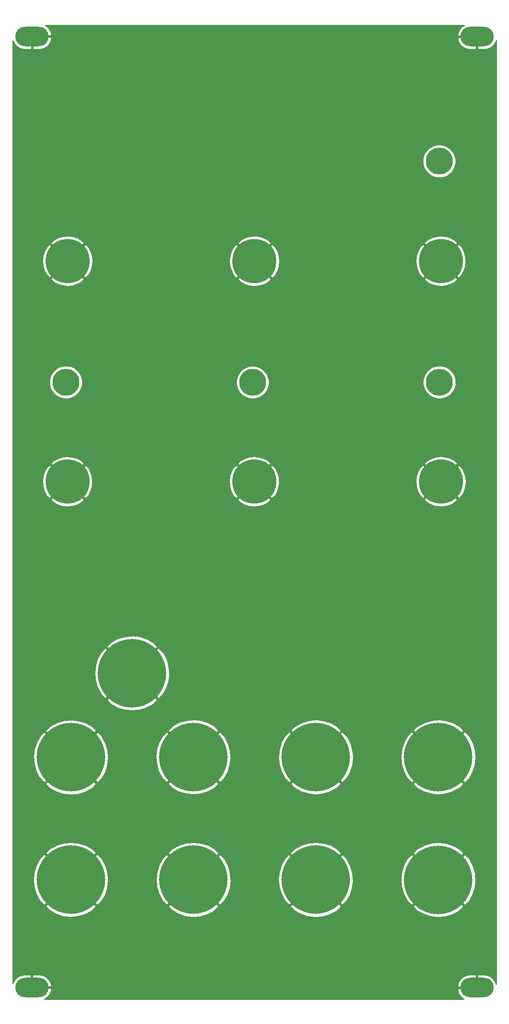
<source format=gbr>
%TF.GenerationSoftware,KiCad,Pcbnew,(5.1.9)-1*%
%TF.CreationDate,2021-08-21T12:12:35+01:00*%
%TF.ProjectId,KOSMOS LFO6 Front Panel,4b4f534d-4f53-4204-9c46-4f362046726f,rev?*%
%TF.SameCoordinates,Original*%
%TF.FileFunction,Copper,L2,Bot*%
%TF.FilePolarity,Positive*%
%FSLAX46Y46*%
G04 Gerber Fmt 4.6, Leading zero omitted, Abs format (unit mm)*
G04 Created by KiCad (PCBNEW (5.1.9)-1) date 2021-08-21 12:12:35*
%MOMM*%
%LPD*%
G01*
G04 APERTURE LIST*
%TA.AperFunction,ComponentPad*%
%ADD10O,6.800000X4.000000*%
%TD*%
%TA.AperFunction,ComponentPad*%
%ADD11C,5.500000*%
%TD*%
%TA.AperFunction,ComponentPad*%
%ADD12C,9.000000*%
%TD*%
%TA.AperFunction,ComponentPad*%
%ADD13C,14.000000*%
%TD*%
%TA.AperFunction,Conductor*%
%ADD14C,0.254000*%
%TD*%
%TA.AperFunction,Conductor*%
%ADD15C,0.100000*%
%TD*%
G04 APERTURE END LIST*
D10*
%TO.P,H1,1*%
%TO.N,GND*%
X-107240000Y-202570000D03*
%TD*%
D11*
%TO.P,H2,1*%
%TO.N,N/C*%
X-62180000Y-79140000D03*
%TD*%
D12*
%TO.P,H3,1*%
%TO.N,GND*%
X-23780000Y-54400000D03*
%TD*%
D13*
%TO.P,H4,1*%
%TO.N,GND*%
X-74270000Y-180590000D03*
%TD*%
D12*
%TO.P,H5,1*%
%TO.N,GND*%
X-99980000Y-99390000D03*
%TD*%
D13*
%TO.P,H6,1*%
%TO.N,GND*%
X-24290000Y-155590000D03*
%TD*%
D10*
%TO.P,H7,1*%
%TO.N,GND*%
X-107220000Y-8580000D03*
%TD*%
D11*
%TO.P,H8,1*%
%TO.N,N/C*%
X-24050000Y-79120000D03*
%TD*%
D12*
%TO.P,H9,1*%
%TO.N,GND*%
X-61870000Y-99390000D03*
%TD*%
D13*
%TO.P,H10,1*%
%TO.N,GND*%
X-86800000Y-138470000D03*
%TD*%
D10*
%TO.P,H11,1*%
%TO.N,GND*%
X-16410000Y-202620000D03*
%TD*%
D11*
%TO.P,H12,1*%
%TO.N,N/C*%
X-100300000Y-79120000D03*
%TD*%
D12*
%TO.P,H13,1*%
%TO.N,GND*%
X-61820000Y-54410000D03*
%TD*%
D13*
%TO.P,H14,1*%
%TO.N,GND*%
X-49290000Y-155590000D03*
%TD*%
D12*
%TO.P,H15,1*%
%TO.N,GND*%
X-23760000Y-99390000D03*
%TD*%
D13*
%TO.P,H16,1*%
%TO.N,GND*%
X-99290000Y-180580000D03*
%TD*%
D10*
%TO.P,H17,1*%
%TO.N,GND*%
X-16380000Y-8620000D03*
%TD*%
D11*
%TO.P,H18,1*%
%TO.N,N/C*%
X-24090000Y-34020000D03*
%TD*%
D12*
%TO.P,H19,1*%
%TO.N,GND*%
X-99960000Y-54400000D03*
%TD*%
D13*
%TO.P,H20,1*%
%TO.N,GND*%
X-24300000Y-180610000D03*
%TD*%
%TO.P,H21,1*%
%TO.N,GND*%
X-49310000Y-180600000D03*
%TD*%
%TO.P,H22,1*%
%TO.N,GND*%
X-74290000Y-155570000D03*
%TD*%
%TO.P,H23,1*%
%TO.N,GND*%
X-99280000Y-155620000D03*
%TD*%
D14*
%TO.N,GND*%
X-19349525Y-6499635D02*
X-19733030Y-6846576D01*
X-20041481Y-7261669D01*
X-20263025Y-7728962D01*
X-20359667Y-8082838D01*
X-20252991Y-8493000D01*
X-16507000Y-8493000D01*
X-16507000Y-8473000D01*
X-16253000Y-8473000D01*
X-16253000Y-8493000D01*
X-16233000Y-8493000D01*
X-16233000Y-8747000D01*
X-16253000Y-8747000D01*
X-16253000Y-11255000D01*
X-14853000Y-11255000D01*
X-14341377Y-11179593D01*
X-13854296Y-11005822D01*
X-13410475Y-10740365D01*
X-13026970Y-10393424D01*
X-12718519Y-9978331D01*
X-12496975Y-9511038D01*
X-12470000Y-9412263D01*
X-12469999Y-201937592D01*
X-12526975Y-201728962D01*
X-12748519Y-201261669D01*
X-13056970Y-200846576D01*
X-13440475Y-200499635D01*
X-13884296Y-200234178D01*
X-14371377Y-200060407D01*
X-14883000Y-199985000D01*
X-16283000Y-199985000D01*
X-16283000Y-202493000D01*
X-16263000Y-202493000D01*
X-16263000Y-202747000D01*
X-16283000Y-202747000D01*
X-16283000Y-202767000D01*
X-16537000Y-202767000D01*
X-16537000Y-202747000D01*
X-20282991Y-202747000D01*
X-20389667Y-203157162D01*
X-20293025Y-203511038D01*
X-20071481Y-203978331D01*
X-19763030Y-204393424D01*
X-19379525Y-204740365D01*
X-19062472Y-204930000D01*
X-104671124Y-204930000D01*
X-104270475Y-204690365D01*
X-103886970Y-204343424D01*
X-103578519Y-203928331D01*
X-103356975Y-203461038D01*
X-103260333Y-203107162D01*
X-103367009Y-202697000D01*
X-107113000Y-202697000D01*
X-107113000Y-202717000D01*
X-107367000Y-202717000D01*
X-107367000Y-202697000D01*
X-107387000Y-202697000D01*
X-107387000Y-202443000D01*
X-107367000Y-202443000D01*
X-107367000Y-199935000D01*
X-107113000Y-199935000D01*
X-107113000Y-202443000D01*
X-103367009Y-202443000D01*
X-103273338Y-202082838D01*
X-20389667Y-202082838D01*
X-20282991Y-202493000D01*
X-16537000Y-202493000D01*
X-16537000Y-199985000D01*
X-17937000Y-199985000D01*
X-18448623Y-200060407D01*
X-18935704Y-200234178D01*
X-19379525Y-200499635D01*
X-19763030Y-200846576D01*
X-20071481Y-201261669D01*
X-20293025Y-201728962D01*
X-20389667Y-202082838D01*
X-103273338Y-202082838D01*
X-103260333Y-202032838D01*
X-103356975Y-201678962D01*
X-103578519Y-201211669D01*
X-103886970Y-200796576D01*
X-104270475Y-200449635D01*
X-104714296Y-200184178D01*
X-105201377Y-200010407D01*
X-105713000Y-199935000D01*
X-107113000Y-199935000D01*
X-107367000Y-199935000D01*
X-108767000Y-199935000D01*
X-109278623Y-200010407D01*
X-109765704Y-200184178D01*
X-110209525Y-200449635D01*
X-110593030Y-200796576D01*
X-110901481Y-201211669D01*
X-111123025Y-201678962D01*
X-111139422Y-201739005D01*
X-111137059Y-185981674D01*
X-104512068Y-185981674D01*
X-103696092Y-186860530D01*
X-102386160Y-187599437D01*
X-100957244Y-188068591D01*
X-99464257Y-188249963D01*
X-97964572Y-188136583D01*
X-96515824Y-187732807D01*
X-95173686Y-187054153D01*
X-94883908Y-186860530D01*
X-94077217Y-185991674D01*
X-79492068Y-185991674D01*
X-78676092Y-186870530D01*
X-77366160Y-187609437D01*
X-75937244Y-188078591D01*
X-74444257Y-188259963D01*
X-72944572Y-188146583D01*
X-71495824Y-187742807D01*
X-70153686Y-187064153D01*
X-69863908Y-186870530D01*
X-69057217Y-186001674D01*
X-54532068Y-186001674D01*
X-53716092Y-186880530D01*
X-52406160Y-187619437D01*
X-50977244Y-188088591D01*
X-49484257Y-188269963D01*
X-47984572Y-188156583D01*
X-46535824Y-187752807D01*
X-45193686Y-187074153D01*
X-44903908Y-186880530D01*
X-44097217Y-186011674D01*
X-29522068Y-186011674D01*
X-28706092Y-186890530D01*
X-27396160Y-187629437D01*
X-25967244Y-188098591D01*
X-24474257Y-188279963D01*
X-22974572Y-188166583D01*
X-21525824Y-187762807D01*
X-20183686Y-187084153D01*
X-19893908Y-186890530D01*
X-19077932Y-186011674D01*
X-24300000Y-180789605D01*
X-29522068Y-186011674D01*
X-44097217Y-186011674D01*
X-44087932Y-186001674D01*
X-49310000Y-180779605D01*
X-54532068Y-186001674D01*
X-69057217Y-186001674D01*
X-69047932Y-185991674D01*
X-74270000Y-180769605D01*
X-79492068Y-185991674D01*
X-94077217Y-185991674D01*
X-94067932Y-185981674D01*
X-99290000Y-180759605D01*
X-104512068Y-185981674D01*
X-111137059Y-185981674D01*
X-111136222Y-180405743D01*
X-106959963Y-180405743D01*
X-106846583Y-181905428D01*
X-106442807Y-183354176D01*
X-105764153Y-184696314D01*
X-105570530Y-184986092D01*
X-104691674Y-185802068D01*
X-99469605Y-180580000D01*
X-99110395Y-180580000D01*
X-93888326Y-185802068D01*
X-93009470Y-184986092D01*
X-92270563Y-183676160D01*
X-91801409Y-182247244D01*
X-91620037Y-180754257D01*
X-91645629Y-180415743D01*
X-81939963Y-180415743D01*
X-81826583Y-181915428D01*
X-81422807Y-183364176D01*
X-80744153Y-184706314D01*
X-80550530Y-184996092D01*
X-79671674Y-185812068D01*
X-74449605Y-180590000D01*
X-74090395Y-180590000D01*
X-68868326Y-185812068D01*
X-67989470Y-184996092D01*
X-67250563Y-183686160D01*
X-66781409Y-182257244D01*
X-66600037Y-180764257D01*
X-66625629Y-180425743D01*
X-56979963Y-180425743D01*
X-56866583Y-181925428D01*
X-56462807Y-183374176D01*
X-55784153Y-184716314D01*
X-55590530Y-185006092D01*
X-54711674Y-185822068D01*
X-49489605Y-180600000D01*
X-49130395Y-180600000D01*
X-43908326Y-185822068D01*
X-43029470Y-185006092D01*
X-42290563Y-183696160D01*
X-41821409Y-182267244D01*
X-41640037Y-180774257D01*
X-41665629Y-180435743D01*
X-31969963Y-180435743D01*
X-31856583Y-181935428D01*
X-31452807Y-183384176D01*
X-30774153Y-184726314D01*
X-30580530Y-185016092D01*
X-29701674Y-185832068D01*
X-24479605Y-180610000D01*
X-24120395Y-180610000D01*
X-18898326Y-185832068D01*
X-18019470Y-185016092D01*
X-17280563Y-183706160D01*
X-16811409Y-182277244D01*
X-16630037Y-180784257D01*
X-16743417Y-179284572D01*
X-17147193Y-177835824D01*
X-17825847Y-176493686D01*
X-18019470Y-176203908D01*
X-18898326Y-175387932D01*
X-24120395Y-180610000D01*
X-24479605Y-180610000D01*
X-29701674Y-175387932D01*
X-30580530Y-176203908D01*
X-31319437Y-177513840D01*
X-31788591Y-178942756D01*
X-31969963Y-180435743D01*
X-41665629Y-180435743D01*
X-41753417Y-179274572D01*
X-42157193Y-177825824D01*
X-42835847Y-176483686D01*
X-43029470Y-176193908D01*
X-43908326Y-175377932D01*
X-49130395Y-180600000D01*
X-49489605Y-180600000D01*
X-54711674Y-175377932D01*
X-55590530Y-176193908D01*
X-56329437Y-177503840D01*
X-56798591Y-178932756D01*
X-56979963Y-180425743D01*
X-66625629Y-180425743D01*
X-66713417Y-179264572D01*
X-67117193Y-177815824D01*
X-67795847Y-176473686D01*
X-67989470Y-176183908D01*
X-68868326Y-175367932D01*
X-74090395Y-180590000D01*
X-74449605Y-180590000D01*
X-79671674Y-175367932D01*
X-80550530Y-176183908D01*
X-81289437Y-177493840D01*
X-81758591Y-178922756D01*
X-81939963Y-180415743D01*
X-91645629Y-180415743D01*
X-91733417Y-179254572D01*
X-92137193Y-177805824D01*
X-92815847Y-176463686D01*
X-93009470Y-176173908D01*
X-93888326Y-175357932D01*
X-99110395Y-180580000D01*
X-99469605Y-180580000D01*
X-104691674Y-175357932D01*
X-105570530Y-176173908D01*
X-106309437Y-177483840D01*
X-106778591Y-178912756D01*
X-106959963Y-180405743D01*
X-111136222Y-180405743D01*
X-111135438Y-175178326D01*
X-104512068Y-175178326D01*
X-99290000Y-180400395D01*
X-94077932Y-175188326D01*
X-79492068Y-175188326D01*
X-74270000Y-180410395D01*
X-69057932Y-175198326D01*
X-54532068Y-175198326D01*
X-49310000Y-180420395D01*
X-44097932Y-175208326D01*
X-29522068Y-175208326D01*
X-24300000Y-180430395D01*
X-19077932Y-175208326D01*
X-19893908Y-174329470D01*
X-21203840Y-173590563D01*
X-22632756Y-173121409D01*
X-24125743Y-172940037D01*
X-25625428Y-173053417D01*
X-27074176Y-173457193D01*
X-28416314Y-174135847D01*
X-28706092Y-174329470D01*
X-29522068Y-175208326D01*
X-44097932Y-175208326D01*
X-44087932Y-175198326D01*
X-44903908Y-174319470D01*
X-46213840Y-173580563D01*
X-47642756Y-173111409D01*
X-49135743Y-172930037D01*
X-50635428Y-173043417D01*
X-52084176Y-173447193D01*
X-53426314Y-174125847D01*
X-53716092Y-174319470D01*
X-54532068Y-175198326D01*
X-69057932Y-175198326D01*
X-69047932Y-175188326D01*
X-69863908Y-174309470D01*
X-71173840Y-173570563D01*
X-72602756Y-173101409D01*
X-74095743Y-172920037D01*
X-75595428Y-173033417D01*
X-77044176Y-173437193D01*
X-78386314Y-174115847D01*
X-78676092Y-174309470D01*
X-79492068Y-175188326D01*
X-94077932Y-175188326D01*
X-94067932Y-175178326D01*
X-94883908Y-174299470D01*
X-96193840Y-173560563D01*
X-97622756Y-173091409D01*
X-99115743Y-172910037D01*
X-100615428Y-173023417D01*
X-102064176Y-173427193D01*
X-103406314Y-174105847D01*
X-103696092Y-174299470D01*
X-104512068Y-175178326D01*
X-111135438Y-175178326D01*
X-111133315Y-161021674D01*
X-104502068Y-161021674D01*
X-103686092Y-161900530D01*
X-102376160Y-162639437D01*
X-100947244Y-163108591D01*
X-99454257Y-163289963D01*
X-97954572Y-163176583D01*
X-96505824Y-162772807D01*
X-95163686Y-162094153D01*
X-94873908Y-161900530D01*
X-94057932Y-161021674D01*
X-94107931Y-160971674D01*
X-79512068Y-160971674D01*
X-78696092Y-161850530D01*
X-77386160Y-162589437D01*
X-75957244Y-163058591D01*
X-74464257Y-163239963D01*
X-72964572Y-163126583D01*
X-71515824Y-162722807D01*
X-70173686Y-162044153D01*
X-69883908Y-161850530D01*
X-69086502Y-160991674D01*
X-54512068Y-160991674D01*
X-53696092Y-161870530D01*
X-52386160Y-162609437D01*
X-50957244Y-163078591D01*
X-49464257Y-163259963D01*
X-47964572Y-163146583D01*
X-46515824Y-162742807D01*
X-45173686Y-162064153D01*
X-44883908Y-161870530D01*
X-44067932Y-160991674D01*
X-29512068Y-160991674D01*
X-28696092Y-161870530D01*
X-27386160Y-162609437D01*
X-25957244Y-163078591D01*
X-24464257Y-163259963D01*
X-22964572Y-163146583D01*
X-21515824Y-162742807D01*
X-20173686Y-162064153D01*
X-19883908Y-161870530D01*
X-19067932Y-160991674D01*
X-24290000Y-155769605D01*
X-29512068Y-160991674D01*
X-44067932Y-160991674D01*
X-49290000Y-155769605D01*
X-54512068Y-160991674D01*
X-69086502Y-160991674D01*
X-69067932Y-160971674D01*
X-74290000Y-155749605D01*
X-79512068Y-160971674D01*
X-94107931Y-160971674D01*
X-99280000Y-155799605D01*
X-104502068Y-161021674D01*
X-111133315Y-161021674D01*
X-111132478Y-155445743D01*
X-106949963Y-155445743D01*
X-106836583Y-156945428D01*
X-106432807Y-158394176D01*
X-105754153Y-159736314D01*
X-105560530Y-160026092D01*
X-104681674Y-160842068D01*
X-99459605Y-155620000D01*
X-99100395Y-155620000D01*
X-93878326Y-160842068D01*
X-92999470Y-160026092D01*
X-92260563Y-158716160D01*
X-91791409Y-157287244D01*
X-91610037Y-155794257D01*
X-91640165Y-155395743D01*
X-81959963Y-155395743D01*
X-81846583Y-156895428D01*
X-81442807Y-158344176D01*
X-80764153Y-159686314D01*
X-80570530Y-159976092D01*
X-79691674Y-160792068D01*
X-74469605Y-155570000D01*
X-74110395Y-155570000D01*
X-68888326Y-160792068D01*
X-68009470Y-159976092D01*
X-67270563Y-158666160D01*
X-66801409Y-157237244D01*
X-66620037Y-155744257D01*
X-66644873Y-155415743D01*
X-56959963Y-155415743D01*
X-56846583Y-156915428D01*
X-56442807Y-158364176D01*
X-55764153Y-159706314D01*
X-55570530Y-159996092D01*
X-54691674Y-160812068D01*
X-49469605Y-155590000D01*
X-49110395Y-155590000D01*
X-43888326Y-160812068D01*
X-43009470Y-159996092D01*
X-42270563Y-158686160D01*
X-41801409Y-157257244D01*
X-41620037Y-155764257D01*
X-41646385Y-155415743D01*
X-31959963Y-155415743D01*
X-31846583Y-156915428D01*
X-31442807Y-158364176D01*
X-30764153Y-159706314D01*
X-30570530Y-159996092D01*
X-29691674Y-160812068D01*
X-24469605Y-155590000D01*
X-24110395Y-155590000D01*
X-18888326Y-160812068D01*
X-18009470Y-159996092D01*
X-17270563Y-158686160D01*
X-16801409Y-157257244D01*
X-16620037Y-155764257D01*
X-16733417Y-154264572D01*
X-17137193Y-152815824D01*
X-17815847Y-151473686D01*
X-18009470Y-151183908D01*
X-18888326Y-150367932D01*
X-24110395Y-155590000D01*
X-24469605Y-155590000D01*
X-29691674Y-150367932D01*
X-30570530Y-151183908D01*
X-31309437Y-152493840D01*
X-31778591Y-153922756D01*
X-31959963Y-155415743D01*
X-41646385Y-155415743D01*
X-41733417Y-154264572D01*
X-42137193Y-152815824D01*
X-42815847Y-151473686D01*
X-43009470Y-151183908D01*
X-43888326Y-150367932D01*
X-49110395Y-155590000D01*
X-49469605Y-155590000D01*
X-54691674Y-150367932D01*
X-55570530Y-151183908D01*
X-56309437Y-152493840D01*
X-56778591Y-153922756D01*
X-56959963Y-155415743D01*
X-66644873Y-155415743D01*
X-66733417Y-154244572D01*
X-67137193Y-152795824D01*
X-67815847Y-151453686D01*
X-68009470Y-151163908D01*
X-68888326Y-150347932D01*
X-74110395Y-155570000D01*
X-74469605Y-155570000D01*
X-79691674Y-150347932D01*
X-80570530Y-151163908D01*
X-81309437Y-152473840D01*
X-81778591Y-153902756D01*
X-81959963Y-155395743D01*
X-91640165Y-155395743D01*
X-91723417Y-154294572D01*
X-92127193Y-152845824D01*
X-92805847Y-151503686D01*
X-92999470Y-151213908D01*
X-93878326Y-150397932D01*
X-99100395Y-155620000D01*
X-99459605Y-155620000D01*
X-104681674Y-150397932D01*
X-105560530Y-151213908D01*
X-106299437Y-152523840D01*
X-106768591Y-153952756D01*
X-106949963Y-155445743D01*
X-111132478Y-155445743D01*
X-111131694Y-150218326D01*
X-104502068Y-150218326D01*
X-99280000Y-155440395D01*
X-94057932Y-150218326D01*
X-94104354Y-150168326D01*
X-79512068Y-150168326D01*
X-74290000Y-155390395D01*
X-69087932Y-150188326D01*
X-54512068Y-150188326D01*
X-49290000Y-155410395D01*
X-44067932Y-150188326D01*
X-29512068Y-150188326D01*
X-24290000Y-155410395D01*
X-19067932Y-150188326D01*
X-19883908Y-149309470D01*
X-21193840Y-148570563D01*
X-22622756Y-148101409D01*
X-24115743Y-147920037D01*
X-25615428Y-148033417D01*
X-27064176Y-148437193D01*
X-28406314Y-149115847D01*
X-28696092Y-149309470D01*
X-29512068Y-150188326D01*
X-44067932Y-150188326D01*
X-44883908Y-149309470D01*
X-46193840Y-148570563D01*
X-47622756Y-148101409D01*
X-49115743Y-147920037D01*
X-50615428Y-148033417D01*
X-52064176Y-148437193D01*
X-53406314Y-149115847D01*
X-53696092Y-149309470D01*
X-54512068Y-150188326D01*
X-69087932Y-150188326D01*
X-69067932Y-150168326D01*
X-69883908Y-149289470D01*
X-71193840Y-148550563D01*
X-72622756Y-148081409D01*
X-74115743Y-147900037D01*
X-75615428Y-148013417D01*
X-77064176Y-148417193D01*
X-78406314Y-149095847D01*
X-78696092Y-149289470D01*
X-79512068Y-150168326D01*
X-94104354Y-150168326D01*
X-94873908Y-149339470D01*
X-96183840Y-148600563D01*
X-97612756Y-148131409D01*
X-99105743Y-147950037D01*
X-100605428Y-148063417D01*
X-102054176Y-148467193D01*
X-103396314Y-149145847D01*
X-103686092Y-149339470D01*
X-104502068Y-150218326D01*
X-111131694Y-150218326D01*
X-111130743Y-143871674D01*
X-92022068Y-143871674D01*
X-91206092Y-144750530D01*
X-89896160Y-145489437D01*
X-88467244Y-145958591D01*
X-86974257Y-146139963D01*
X-85474572Y-146026583D01*
X-84025824Y-145622807D01*
X-82683686Y-144944153D01*
X-82393908Y-144750530D01*
X-81577932Y-143871674D01*
X-86800000Y-138649605D01*
X-92022068Y-143871674D01*
X-111130743Y-143871674D01*
X-111129906Y-138295743D01*
X-94469963Y-138295743D01*
X-94356583Y-139795428D01*
X-93952807Y-141244176D01*
X-93274153Y-142586314D01*
X-93080530Y-142876092D01*
X-92201674Y-143692068D01*
X-86979605Y-138470000D01*
X-86620395Y-138470000D01*
X-81398326Y-143692068D01*
X-80519470Y-142876092D01*
X-79780563Y-141566160D01*
X-79311409Y-140137244D01*
X-79130037Y-138644257D01*
X-79243417Y-137144572D01*
X-79647193Y-135695824D01*
X-80325847Y-134353686D01*
X-80519470Y-134063908D01*
X-81398326Y-133247932D01*
X-86620395Y-138470000D01*
X-86979605Y-138470000D01*
X-92201674Y-133247932D01*
X-93080530Y-134063908D01*
X-93819437Y-135373840D01*
X-94288591Y-136802756D01*
X-94469963Y-138295743D01*
X-111129906Y-138295743D01*
X-111129122Y-133068326D01*
X-92022068Y-133068326D01*
X-86800000Y-138290395D01*
X-81577932Y-133068326D01*
X-82393908Y-132189470D01*
X-83703840Y-131450563D01*
X-85132756Y-130981409D01*
X-86625743Y-130800037D01*
X-88125428Y-130913417D01*
X-89574176Y-131317193D01*
X-90916314Y-131995847D01*
X-91206092Y-132189470D01*
X-92022068Y-133068326D01*
X-111129122Y-133068326D01*
X-111124613Y-103014971D01*
X-103425366Y-103014971D01*
X-102909217Y-103637788D01*
X-102024232Y-104127630D01*
X-101060686Y-104435407D01*
X-100055611Y-104549293D01*
X-99047630Y-104464910D01*
X-98075480Y-104185501D01*
X-97176519Y-103721803D01*
X-97050783Y-103637788D01*
X-96534634Y-103014971D01*
X-65315366Y-103014971D01*
X-64799217Y-103637788D01*
X-63914232Y-104127630D01*
X-62950686Y-104435407D01*
X-61945611Y-104549293D01*
X-60937630Y-104464910D01*
X-59965480Y-104185501D01*
X-59066519Y-103721803D01*
X-58940783Y-103637788D01*
X-58424634Y-103014971D01*
X-27205366Y-103014971D01*
X-26689217Y-103637788D01*
X-25804232Y-104127630D01*
X-24840686Y-104435407D01*
X-23835611Y-104549293D01*
X-22827630Y-104464910D01*
X-21855480Y-104185501D01*
X-20956519Y-103721803D01*
X-20830783Y-103637788D01*
X-20314634Y-103014971D01*
X-23760000Y-99569605D01*
X-27205366Y-103014971D01*
X-58424634Y-103014971D01*
X-61870000Y-99569605D01*
X-65315366Y-103014971D01*
X-96534634Y-103014971D01*
X-99980000Y-99569605D01*
X-103425366Y-103014971D01*
X-111124613Y-103014971D01*
X-111124057Y-99314389D01*
X-105139293Y-99314389D01*
X-105054910Y-100322370D01*
X-104775501Y-101294520D01*
X-104311803Y-102193481D01*
X-104227788Y-102319217D01*
X-103604971Y-102835366D01*
X-100159605Y-99390000D01*
X-99800395Y-99390000D01*
X-96355029Y-102835366D01*
X-95732212Y-102319217D01*
X-95242370Y-101434232D01*
X-94934593Y-100470686D01*
X-94820707Y-99465611D01*
X-94833366Y-99314389D01*
X-67029293Y-99314389D01*
X-66944910Y-100322370D01*
X-66665501Y-101294520D01*
X-66201803Y-102193481D01*
X-66117788Y-102319217D01*
X-65494971Y-102835366D01*
X-62049605Y-99390000D01*
X-61690395Y-99390000D01*
X-58245029Y-102835366D01*
X-57622212Y-102319217D01*
X-57132370Y-101434232D01*
X-56824593Y-100470686D01*
X-56710707Y-99465611D01*
X-56723366Y-99314389D01*
X-28919293Y-99314389D01*
X-28834910Y-100322370D01*
X-28555501Y-101294520D01*
X-28091803Y-102193481D01*
X-28007788Y-102319217D01*
X-27384971Y-102835366D01*
X-23939605Y-99390000D01*
X-23580395Y-99390000D01*
X-20135029Y-102835366D01*
X-19512212Y-102319217D01*
X-19022370Y-101434232D01*
X-18714593Y-100470686D01*
X-18600707Y-99465611D01*
X-18685090Y-98457630D01*
X-18964499Y-97485480D01*
X-19428197Y-96586519D01*
X-19512212Y-96460783D01*
X-20135029Y-95944634D01*
X-23580395Y-99390000D01*
X-23939605Y-99390000D01*
X-27384971Y-95944634D01*
X-28007788Y-96460783D01*
X-28497630Y-97345768D01*
X-28805407Y-98309314D01*
X-28919293Y-99314389D01*
X-56723366Y-99314389D01*
X-56795090Y-98457630D01*
X-57074499Y-97485480D01*
X-57538197Y-96586519D01*
X-57622212Y-96460783D01*
X-58245029Y-95944634D01*
X-61690395Y-99390000D01*
X-62049605Y-99390000D01*
X-65494971Y-95944634D01*
X-66117788Y-96460783D01*
X-66607630Y-97345768D01*
X-66915407Y-98309314D01*
X-67029293Y-99314389D01*
X-94833366Y-99314389D01*
X-94905090Y-98457630D01*
X-95184499Y-97485480D01*
X-95648197Y-96586519D01*
X-95732212Y-96460783D01*
X-96355029Y-95944634D01*
X-99800395Y-99390000D01*
X-100159605Y-99390000D01*
X-103604971Y-95944634D01*
X-104227788Y-96460783D01*
X-104717630Y-97345768D01*
X-105025407Y-98309314D01*
X-105139293Y-99314389D01*
X-111124057Y-99314389D01*
X-111123525Y-95765029D01*
X-103425366Y-95765029D01*
X-99980000Y-99210395D01*
X-96534634Y-95765029D01*
X-65315366Y-95765029D01*
X-61870000Y-99210395D01*
X-58424634Y-95765029D01*
X-27205366Y-95765029D01*
X-23760000Y-99210395D01*
X-20314634Y-95765029D01*
X-20830783Y-95142212D01*
X-21715768Y-94652370D01*
X-22679314Y-94344593D01*
X-23684389Y-94230707D01*
X-24692370Y-94315090D01*
X-25664520Y-94594499D01*
X-26563481Y-95058197D01*
X-26689217Y-95142212D01*
X-27205366Y-95765029D01*
X-58424634Y-95765029D01*
X-58940783Y-95142212D01*
X-59825768Y-94652370D01*
X-60789314Y-94344593D01*
X-61794389Y-94230707D01*
X-62802370Y-94315090D01*
X-63774520Y-94594499D01*
X-64673481Y-95058197D01*
X-64799217Y-95142212D01*
X-65315366Y-95765029D01*
X-96534634Y-95765029D01*
X-97050783Y-95142212D01*
X-97935768Y-94652370D01*
X-98899314Y-94344593D01*
X-99904389Y-94230707D01*
X-100912370Y-94315090D01*
X-101884520Y-94594499D01*
X-102783481Y-95058197D01*
X-102909217Y-95142212D01*
X-103425366Y-95765029D01*
X-111123525Y-95765029D01*
X-111120978Y-78786607D01*
X-103685000Y-78786607D01*
X-103685000Y-79453393D01*
X-103554917Y-80107368D01*
X-103299748Y-80723399D01*
X-102929302Y-81277812D01*
X-102457812Y-81749302D01*
X-101903399Y-82119748D01*
X-101287368Y-82374917D01*
X-100633393Y-82505000D01*
X-99966607Y-82505000D01*
X-99312632Y-82374917D01*
X-98696601Y-82119748D01*
X-98142188Y-81749302D01*
X-97670698Y-81277812D01*
X-97300252Y-80723399D01*
X-97045083Y-80107368D01*
X-96915000Y-79453393D01*
X-96915000Y-78806607D01*
X-65565000Y-78806607D01*
X-65565000Y-79473393D01*
X-65434917Y-80127368D01*
X-65179748Y-80743399D01*
X-64809302Y-81297812D01*
X-64337812Y-81769302D01*
X-63783399Y-82139748D01*
X-63167368Y-82394917D01*
X-62513393Y-82525000D01*
X-61846607Y-82525000D01*
X-61192632Y-82394917D01*
X-60576601Y-82139748D01*
X-60022188Y-81769302D01*
X-59550698Y-81297812D01*
X-59180252Y-80743399D01*
X-58925083Y-80127368D01*
X-58795000Y-79473393D01*
X-58795000Y-78806607D01*
X-58798978Y-78786607D01*
X-27435000Y-78786607D01*
X-27435000Y-79453393D01*
X-27304917Y-80107368D01*
X-27049748Y-80723399D01*
X-26679302Y-81277812D01*
X-26207812Y-81749302D01*
X-25653399Y-82119748D01*
X-25037368Y-82374917D01*
X-24383393Y-82505000D01*
X-23716607Y-82505000D01*
X-23062632Y-82374917D01*
X-22446601Y-82119748D01*
X-21892188Y-81749302D01*
X-21420698Y-81277812D01*
X-21050252Y-80723399D01*
X-20795083Y-80107368D01*
X-20665000Y-79453393D01*
X-20665000Y-78786607D01*
X-20795083Y-78132632D01*
X-21050252Y-77516601D01*
X-21420698Y-76962188D01*
X-21892188Y-76490698D01*
X-22446601Y-76120252D01*
X-23062632Y-75865083D01*
X-23716607Y-75735000D01*
X-24383393Y-75735000D01*
X-25037368Y-75865083D01*
X-25653399Y-76120252D01*
X-26207812Y-76490698D01*
X-26679302Y-76962188D01*
X-27049748Y-77516601D01*
X-27304917Y-78132632D01*
X-27435000Y-78786607D01*
X-58798978Y-78786607D01*
X-58925083Y-78152632D01*
X-59180252Y-77536601D01*
X-59550698Y-76982188D01*
X-60022188Y-76510698D01*
X-60576601Y-76140252D01*
X-61192632Y-75885083D01*
X-61846607Y-75755000D01*
X-62513393Y-75755000D01*
X-63167368Y-75885083D01*
X-63783399Y-76140252D01*
X-64337812Y-76510698D01*
X-64809302Y-76982188D01*
X-65179748Y-77536601D01*
X-65434917Y-78152632D01*
X-65565000Y-78806607D01*
X-96915000Y-78806607D01*
X-96915000Y-78786607D01*
X-97045083Y-78132632D01*
X-97300252Y-77516601D01*
X-97670698Y-76962188D01*
X-98142188Y-76490698D01*
X-98696601Y-76120252D01*
X-99312632Y-75865083D01*
X-99966607Y-75735000D01*
X-100633393Y-75735000D01*
X-101287368Y-75865083D01*
X-101903399Y-76120252D01*
X-102457812Y-76490698D01*
X-102929302Y-76962188D01*
X-103299748Y-77516601D01*
X-103554917Y-78132632D01*
X-103685000Y-78786607D01*
X-111120978Y-78786607D01*
X-111117864Y-58024971D01*
X-103405366Y-58024971D01*
X-102889217Y-58647788D01*
X-102004232Y-59137630D01*
X-101040686Y-59445407D01*
X-100035611Y-59559293D01*
X-99027630Y-59474910D01*
X-98055480Y-59195501D01*
X-97156519Y-58731803D01*
X-97030783Y-58647788D01*
X-96522922Y-58034971D01*
X-65265366Y-58034971D01*
X-64749217Y-58657788D01*
X-63864232Y-59147630D01*
X-62900686Y-59455407D01*
X-61895611Y-59569293D01*
X-60887630Y-59484910D01*
X-59915480Y-59205501D01*
X-59016519Y-58741803D01*
X-58890783Y-58657788D01*
X-58374634Y-58034971D01*
X-58384634Y-58024971D01*
X-27225366Y-58024971D01*
X-26709217Y-58647788D01*
X-25824232Y-59137630D01*
X-24860686Y-59445407D01*
X-23855611Y-59559293D01*
X-22847630Y-59474910D01*
X-21875480Y-59195501D01*
X-20976519Y-58731803D01*
X-20850783Y-58647788D01*
X-20334634Y-58024971D01*
X-23780000Y-54579605D01*
X-27225366Y-58024971D01*
X-58384634Y-58024971D01*
X-61820000Y-54589605D01*
X-65265366Y-58034971D01*
X-96522922Y-58034971D01*
X-96514634Y-58024971D01*
X-99960000Y-54579605D01*
X-103405366Y-58024971D01*
X-111117864Y-58024971D01*
X-111117308Y-54324389D01*
X-105119293Y-54324389D01*
X-105034910Y-55332370D01*
X-104755501Y-56304520D01*
X-104291803Y-57203481D01*
X-104207788Y-57329217D01*
X-103584971Y-57845366D01*
X-100139605Y-54400000D01*
X-99780395Y-54400000D01*
X-96335029Y-57845366D01*
X-95712212Y-57329217D01*
X-95222370Y-56444232D01*
X-94914593Y-55480686D01*
X-94800707Y-54475611D01*
X-94812529Y-54334389D01*
X-66979293Y-54334389D01*
X-66894910Y-55342370D01*
X-66615501Y-56314520D01*
X-66151803Y-57213481D01*
X-66067788Y-57339217D01*
X-65444971Y-57855366D01*
X-61999605Y-54410000D01*
X-61640395Y-54410000D01*
X-58195029Y-57855366D01*
X-57572212Y-57339217D01*
X-57082370Y-56454232D01*
X-56774593Y-55490686D01*
X-56660707Y-54485611D01*
X-56674203Y-54324389D01*
X-28939293Y-54324389D01*
X-28854910Y-55332370D01*
X-28575501Y-56304520D01*
X-28111803Y-57203481D01*
X-28027788Y-57329217D01*
X-27404971Y-57845366D01*
X-23959605Y-54400000D01*
X-23600395Y-54400000D01*
X-20155029Y-57845366D01*
X-19532212Y-57329217D01*
X-19042370Y-56444232D01*
X-18734593Y-55480686D01*
X-18620707Y-54475611D01*
X-18705090Y-53467630D01*
X-18984499Y-52495480D01*
X-19448197Y-51596519D01*
X-19532212Y-51470783D01*
X-20155029Y-50954634D01*
X-23600395Y-54400000D01*
X-23959605Y-54400000D01*
X-27404971Y-50954634D01*
X-28027788Y-51470783D01*
X-28517630Y-52355768D01*
X-28825407Y-53319314D01*
X-28939293Y-54324389D01*
X-56674203Y-54324389D01*
X-56745090Y-53477630D01*
X-57024499Y-52505480D01*
X-57488197Y-51606519D01*
X-57572212Y-51480783D01*
X-58195029Y-50964634D01*
X-61640395Y-54410000D01*
X-61999605Y-54410000D01*
X-65444971Y-50964634D01*
X-66067788Y-51480783D01*
X-66557630Y-52365768D01*
X-66865407Y-53329314D01*
X-66979293Y-54334389D01*
X-94812529Y-54334389D01*
X-94885090Y-53467630D01*
X-95164499Y-52495480D01*
X-95628197Y-51596519D01*
X-95712212Y-51470783D01*
X-96335029Y-50954634D01*
X-99780395Y-54400000D01*
X-100139605Y-54400000D01*
X-103584971Y-50954634D01*
X-104207788Y-51470783D01*
X-104697630Y-52355768D01*
X-105005407Y-53319314D01*
X-105119293Y-54324389D01*
X-111117308Y-54324389D01*
X-111116776Y-50775029D01*
X-103405366Y-50775029D01*
X-99960000Y-54220395D01*
X-96524634Y-50785029D01*
X-65265366Y-50785029D01*
X-61820000Y-54230395D01*
X-58374634Y-50785029D01*
X-58382921Y-50775029D01*
X-27225366Y-50775029D01*
X-23780000Y-54220395D01*
X-20334634Y-50775029D01*
X-20850783Y-50152212D01*
X-21735768Y-49662370D01*
X-22699314Y-49354593D01*
X-23704389Y-49240707D01*
X-24712370Y-49325090D01*
X-25684520Y-49604499D01*
X-26583481Y-50068197D01*
X-26709217Y-50152212D01*
X-27225366Y-50775029D01*
X-58382921Y-50775029D01*
X-58890783Y-50162212D01*
X-59775768Y-49672370D01*
X-60739314Y-49364593D01*
X-61744389Y-49250707D01*
X-62752370Y-49335090D01*
X-63724520Y-49614499D01*
X-64623481Y-50078197D01*
X-64749217Y-50162212D01*
X-65265366Y-50785029D01*
X-96524634Y-50785029D01*
X-96514634Y-50775029D01*
X-97030783Y-50152212D01*
X-97915768Y-49662370D01*
X-98879314Y-49354593D01*
X-99884389Y-49240707D01*
X-100892370Y-49325090D01*
X-101864520Y-49604499D01*
X-102763481Y-50068197D01*
X-102889217Y-50152212D01*
X-103405366Y-50775029D01*
X-111116776Y-50775029D01*
X-111114212Y-33686607D01*
X-27475000Y-33686607D01*
X-27475000Y-34353393D01*
X-27344917Y-35007368D01*
X-27089748Y-35623399D01*
X-26719302Y-36177812D01*
X-26247812Y-36649302D01*
X-25693399Y-37019748D01*
X-25077368Y-37274917D01*
X-24423393Y-37405000D01*
X-23756607Y-37405000D01*
X-23102632Y-37274917D01*
X-22486601Y-37019748D01*
X-21932188Y-36649302D01*
X-21460698Y-36177812D01*
X-21090252Y-35623399D01*
X-20835083Y-35007368D01*
X-20705000Y-34353393D01*
X-20705000Y-33686607D01*
X-20835083Y-33032632D01*
X-21090252Y-32416601D01*
X-21460698Y-31862188D01*
X-21932188Y-31390698D01*
X-22486601Y-31020252D01*
X-23102632Y-30765083D01*
X-23756607Y-30635000D01*
X-24423393Y-30635000D01*
X-25077368Y-30765083D01*
X-25693399Y-31020252D01*
X-26247812Y-31390698D01*
X-26719302Y-31862188D01*
X-27089748Y-32416601D01*
X-27344917Y-33032632D01*
X-27475000Y-33686607D01*
X-111114212Y-33686607D01*
X-111110574Y-9443394D01*
X-111103025Y-9471038D01*
X-110881481Y-9938331D01*
X-110573030Y-10353424D01*
X-110189525Y-10700365D01*
X-109745704Y-10965822D01*
X-109258623Y-11139593D01*
X-108747000Y-11215000D01*
X-107347000Y-11215000D01*
X-107347000Y-8707000D01*
X-107093000Y-8707000D01*
X-107093000Y-11215000D01*
X-105693000Y-11215000D01*
X-105181377Y-11139593D01*
X-104694296Y-10965822D01*
X-104250475Y-10700365D01*
X-103866970Y-10353424D01*
X-103558519Y-9938331D01*
X-103336975Y-9471038D01*
X-103251257Y-9157162D01*
X-20359667Y-9157162D01*
X-20263025Y-9511038D01*
X-20041481Y-9978331D01*
X-19733030Y-10393424D01*
X-19349525Y-10740365D01*
X-18905704Y-11005822D01*
X-18418623Y-11179593D01*
X-17907000Y-11255000D01*
X-16507000Y-11255000D01*
X-16507000Y-8747000D01*
X-20252991Y-8747000D01*
X-20359667Y-9157162D01*
X-103251257Y-9157162D01*
X-103240333Y-9117162D01*
X-103347009Y-8707000D01*
X-107093000Y-8707000D01*
X-107347000Y-8707000D01*
X-107367000Y-8707000D01*
X-107367000Y-8453000D01*
X-107347000Y-8453000D01*
X-107347000Y-8433000D01*
X-107093000Y-8433000D01*
X-107093000Y-8453000D01*
X-103347009Y-8453000D01*
X-103240333Y-8042838D01*
X-103336975Y-7688962D01*
X-103558519Y-7221669D01*
X-103866970Y-6806576D01*
X-104250475Y-6459635D01*
X-104550809Y-6280000D01*
X-18982314Y-6280000D01*
X-19349525Y-6499635D01*
%TA.AperFunction,Conductor*%
D15*
G36*
X-19349525Y-6499635D02*
G01*
X-19733030Y-6846576D01*
X-20041481Y-7261669D01*
X-20263025Y-7728962D01*
X-20359667Y-8082838D01*
X-20252991Y-8493000D01*
X-16507000Y-8493000D01*
X-16507000Y-8473000D01*
X-16253000Y-8473000D01*
X-16253000Y-8493000D01*
X-16233000Y-8493000D01*
X-16233000Y-8747000D01*
X-16253000Y-8747000D01*
X-16253000Y-11255000D01*
X-14853000Y-11255000D01*
X-14341377Y-11179593D01*
X-13854296Y-11005822D01*
X-13410475Y-10740365D01*
X-13026970Y-10393424D01*
X-12718519Y-9978331D01*
X-12496975Y-9511038D01*
X-12470000Y-9412263D01*
X-12469999Y-201937592D01*
X-12526975Y-201728962D01*
X-12748519Y-201261669D01*
X-13056970Y-200846576D01*
X-13440475Y-200499635D01*
X-13884296Y-200234178D01*
X-14371377Y-200060407D01*
X-14883000Y-199985000D01*
X-16283000Y-199985000D01*
X-16283000Y-202493000D01*
X-16263000Y-202493000D01*
X-16263000Y-202747000D01*
X-16283000Y-202747000D01*
X-16283000Y-202767000D01*
X-16537000Y-202767000D01*
X-16537000Y-202747000D01*
X-20282991Y-202747000D01*
X-20389667Y-203157162D01*
X-20293025Y-203511038D01*
X-20071481Y-203978331D01*
X-19763030Y-204393424D01*
X-19379525Y-204740365D01*
X-19062472Y-204930000D01*
X-104671124Y-204930000D01*
X-104270475Y-204690365D01*
X-103886970Y-204343424D01*
X-103578519Y-203928331D01*
X-103356975Y-203461038D01*
X-103260333Y-203107162D01*
X-103367009Y-202697000D01*
X-107113000Y-202697000D01*
X-107113000Y-202717000D01*
X-107367000Y-202717000D01*
X-107367000Y-202697000D01*
X-107387000Y-202697000D01*
X-107387000Y-202443000D01*
X-107367000Y-202443000D01*
X-107367000Y-199935000D01*
X-107113000Y-199935000D01*
X-107113000Y-202443000D01*
X-103367009Y-202443000D01*
X-103273338Y-202082838D01*
X-20389667Y-202082838D01*
X-20282991Y-202493000D01*
X-16537000Y-202493000D01*
X-16537000Y-199985000D01*
X-17937000Y-199985000D01*
X-18448623Y-200060407D01*
X-18935704Y-200234178D01*
X-19379525Y-200499635D01*
X-19763030Y-200846576D01*
X-20071481Y-201261669D01*
X-20293025Y-201728962D01*
X-20389667Y-202082838D01*
X-103273338Y-202082838D01*
X-103260333Y-202032838D01*
X-103356975Y-201678962D01*
X-103578519Y-201211669D01*
X-103886970Y-200796576D01*
X-104270475Y-200449635D01*
X-104714296Y-200184178D01*
X-105201377Y-200010407D01*
X-105713000Y-199935000D01*
X-107113000Y-199935000D01*
X-107367000Y-199935000D01*
X-108767000Y-199935000D01*
X-109278623Y-200010407D01*
X-109765704Y-200184178D01*
X-110209525Y-200449635D01*
X-110593030Y-200796576D01*
X-110901481Y-201211669D01*
X-111123025Y-201678962D01*
X-111139422Y-201739005D01*
X-111137059Y-185981674D01*
X-104512068Y-185981674D01*
X-103696092Y-186860530D01*
X-102386160Y-187599437D01*
X-100957244Y-188068591D01*
X-99464257Y-188249963D01*
X-97964572Y-188136583D01*
X-96515824Y-187732807D01*
X-95173686Y-187054153D01*
X-94883908Y-186860530D01*
X-94077217Y-185991674D01*
X-79492068Y-185991674D01*
X-78676092Y-186870530D01*
X-77366160Y-187609437D01*
X-75937244Y-188078591D01*
X-74444257Y-188259963D01*
X-72944572Y-188146583D01*
X-71495824Y-187742807D01*
X-70153686Y-187064153D01*
X-69863908Y-186870530D01*
X-69057217Y-186001674D01*
X-54532068Y-186001674D01*
X-53716092Y-186880530D01*
X-52406160Y-187619437D01*
X-50977244Y-188088591D01*
X-49484257Y-188269963D01*
X-47984572Y-188156583D01*
X-46535824Y-187752807D01*
X-45193686Y-187074153D01*
X-44903908Y-186880530D01*
X-44097217Y-186011674D01*
X-29522068Y-186011674D01*
X-28706092Y-186890530D01*
X-27396160Y-187629437D01*
X-25967244Y-188098591D01*
X-24474257Y-188279963D01*
X-22974572Y-188166583D01*
X-21525824Y-187762807D01*
X-20183686Y-187084153D01*
X-19893908Y-186890530D01*
X-19077932Y-186011674D01*
X-24300000Y-180789605D01*
X-29522068Y-186011674D01*
X-44097217Y-186011674D01*
X-44087932Y-186001674D01*
X-49310000Y-180779605D01*
X-54532068Y-186001674D01*
X-69057217Y-186001674D01*
X-69047932Y-185991674D01*
X-74270000Y-180769605D01*
X-79492068Y-185991674D01*
X-94077217Y-185991674D01*
X-94067932Y-185981674D01*
X-99290000Y-180759605D01*
X-104512068Y-185981674D01*
X-111137059Y-185981674D01*
X-111136222Y-180405743D01*
X-106959963Y-180405743D01*
X-106846583Y-181905428D01*
X-106442807Y-183354176D01*
X-105764153Y-184696314D01*
X-105570530Y-184986092D01*
X-104691674Y-185802068D01*
X-99469605Y-180580000D01*
X-99110395Y-180580000D01*
X-93888326Y-185802068D01*
X-93009470Y-184986092D01*
X-92270563Y-183676160D01*
X-91801409Y-182247244D01*
X-91620037Y-180754257D01*
X-91645629Y-180415743D01*
X-81939963Y-180415743D01*
X-81826583Y-181915428D01*
X-81422807Y-183364176D01*
X-80744153Y-184706314D01*
X-80550530Y-184996092D01*
X-79671674Y-185812068D01*
X-74449605Y-180590000D01*
X-74090395Y-180590000D01*
X-68868326Y-185812068D01*
X-67989470Y-184996092D01*
X-67250563Y-183686160D01*
X-66781409Y-182257244D01*
X-66600037Y-180764257D01*
X-66625629Y-180425743D01*
X-56979963Y-180425743D01*
X-56866583Y-181925428D01*
X-56462807Y-183374176D01*
X-55784153Y-184716314D01*
X-55590530Y-185006092D01*
X-54711674Y-185822068D01*
X-49489605Y-180600000D01*
X-49130395Y-180600000D01*
X-43908326Y-185822068D01*
X-43029470Y-185006092D01*
X-42290563Y-183696160D01*
X-41821409Y-182267244D01*
X-41640037Y-180774257D01*
X-41665629Y-180435743D01*
X-31969963Y-180435743D01*
X-31856583Y-181935428D01*
X-31452807Y-183384176D01*
X-30774153Y-184726314D01*
X-30580530Y-185016092D01*
X-29701674Y-185832068D01*
X-24479605Y-180610000D01*
X-24120395Y-180610000D01*
X-18898326Y-185832068D01*
X-18019470Y-185016092D01*
X-17280563Y-183706160D01*
X-16811409Y-182277244D01*
X-16630037Y-180784257D01*
X-16743417Y-179284572D01*
X-17147193Y-177835824D01*
X-17825847Y-176493686D01*
X-18019470Y-176203908D01*
X-18898326Y-175387932D01*
X-24120395Y-180610000D01*
X-24479605Y-180610000D01*
X-29701674Y-175387932D01*
X-30580530Y-176203908D01*
X-31319437Y-177513840D01*
X-31788591Y-178942756D01*
X-31969963Y-180435743D01*
X-41665629Y-180435743D01*
X-41753417Y-179274572D01*
X-42157193Y-177825824D01*
X-42835847Y-176483686D01*
X-43029470Y-176193908D01*
X-43908326Y-175377932D01*
X-49130395Y-180600000D01*
X-49489605Y-180600000D01*
X-54711674Y-175377932D01*
X-55590530Y-176193908D01*
X-56329437Y-177503840D01*
X-56798591Y-178932756D01*
X-56979963Y-180425743D01*
X-66625629Y-180425743D01*
X-66713417Y-179264572D01*
X-67117193Y-177815824D01*
X-67795847Y-176473686D01*
X-67989470Y-176183908D01*
X-68868326Y-175367932D01*
X-74090395Y-180590000D01*
X-74449605Y-180590000D01*
X-79671674Y-175367932D01*
X-80550530Y-176183908D01*
X-81289437Y-177493840D01*
X-81758591Y-178922756D01*
X-81939963Y-180415743D01*
X-91645629Y-180415743D01*
X-91733417Y-179254572D01*
X-92137193Y-177805824D01*
X-92815847Y-176463686D01*
X-93009470Y-176173908D01*
X-93888326Y-175357932D01*
X-99110395Y-180580000D01*
X-99469605Y-180580000D01*
X-104691674Y-175357932D01*
X-105570530Y-176173908D01*
X-106309437Y-177483840D01*
X-106778591Y-178912756D01*
X-106959963Y-180405743D01*
X-111136222Y-180405743D01*
X-111135438Y-175178326D01*
X-104512068Y-175178326D01*
X-99290000Y-180400395D01*
X-94077932Y-175188326D01*
X-79492068Y-175188326D01*
X-74270000Y-180410395D01*
X-69057932Y-175198326D01*
X-54532068Y-175198326D01*
X-49310000Y-180420395D01*
X-44097932Y-175208326D01*
X-29522068Y-175208326D01*
X-24300000Y-180430395D01*
X-19077932Y-175208326D01*
X-19893908Y-174329470D01*
X-21203840Y-173590563D01*
X-22632756Y-173121409D01*
X-24125743Y-172940037D01*
X-25625428Y-173053417D01*
X-27074176Y-173457193D01*
X-28416314Y-174135847D01*
X-28706092Y-174329470D01*
X-29522068Y-175208326D01*
X-44097932Y-175208326D01*
X-44087932Y-175198326D01*
X-44903908Y-174319470D01*
X-46213840Y-173580563D01*
X-47642756Y-173111409D01*
X-49135743Y-172930037D01*
X-50635428Y-173043417D01*
X-52084176Y-173447193D01*
X-53426314Y-174125847D01*
X-53716092Y-174319470D01*
X-54532068Y-175198326D01*
X-69057932Y-175198326D01*
X-69047932Y-175188326D01*
X-69863908Y-174309470D01*
X-71173840Y-173570563D01*
X-72602756Y-173101409D01*
X-74095743Y-172920037D01*
X-75595428Y-173033417D01*
X-77044176Y-173437193D01*
X-78386314Y-174115847D01*
X-78676092Y-174309470D01*
X-79492068Y-175188326D01*
X-94077932Y-175188326D01*
X-94067932Y-175178326D01*
X-94883908Y-174299470D01*
X-96193840Y-173560563D01*
X-97622756Y-173091409D01*
X-99115743Y-172910037D01*
X-100615428Y-173023417D01*
X-102064176Y-173427193D01*
X-103406314Y-174105847D01*
X-103696092Y-174299470D01*
X-104512068Y-175178326D01*
X-111135438Y-175178326D01*
X-111133315Y-161021674D01*
X-104502068Y-161021674D01*
X-103686092Y-161900530D01*
X-102376160Y-162639437D01*
X-100947244Y-163108591D01*
X-99454257Y-163289963D01*
X-97954572Y-163176583D01*
X-96505824Y-162772807D01*
X-95163686Y-162094153D01*
X-94873908Y-161900530D01*
X-94057932Y-161021674D01*
X-94107931Y-160971674D01*
X-79512068Y-160971674D01*
X-78696092Y-161850530D01*
X-77386160Y-162589437D01*
X-75957244Y-163058591D01*
X-74464257Y-163239963D01*
X-72964572Y-163126583D01*
X-71515824Y-162722807D01*
X-70173686Y-162044153D01*
X-69883908Y-161850530D01*
X-69086502Y-160991674D01*
X-54512068Y-160991674D01*
X-53696092Y-161870530D01*
X-52386160Y-162609437D01*
X-50957244Y-163078591D01*
X-49464257Y-163259963D01*
X-47964572Y-163146583D01*
X-46515824Y-162742807D01*
X-45173686Y-162064153D01*
X-44883908Y-161870530D01*
X-44067932Y-160991674D01*
X-29512068Y-160991674D01*
X-28696092Y-161870530D01*
X-27386160Y-162609437D01*
X-25957244Y-163078591D01*
X-24464257Y-163259963D01*
X-22964572Y-163146583D01*
X-21515824Y-162742807D01*
X-20173686Y-162064153D01*
X-19883908Y-161870530D01*
X-19067932Y-160991674D01*
X-24290000Y-155769605D01*
X-29512068Y-160991674D01*
X-44067932Y-160991674D01*
X-49290000Y-155769605D01*
X-54512068Y-160991674D01*
X-69086502Y-160991674D01*
X-69067932Y-160971674D01*
X-74290000Y-155749605D01*
X-79512068Y-160971674D01*
X-94107931Y-160971674D01*
X-99280000Y-155799605D01*
X-104502068Y-161021674D01*
X-111133315Y-161021674D01*
X-111132478Y-155445743D01*
X-106949963Y-155445743D01*
X-106836583Y-156945428D01*
X-106432807Y-158394176D01*
X-105754153Y-159736314D01*
X-105560530Y-160026092D01*
X-104681674Y-160842068D01*
X-99459605Y-155620000D01*
X-99100395Y-155620000D01*
X-93878326Y-160842068D01*
X-92999470Y-160026092D01*
X-92260563Y-158716160D01*
X-91791409Y-157287244D01*
X-91610037Y-155794257D01*
X-91640165Y-155395743D01*
X-81959963Y-155395743D01*
X-81846583Y-156895428D01*
X-81442807Y-158344176D01*
X-80764153Y-159686314D01*
X-80570530Y-159976092D01*
X-79691674Y-160792068D01*
X-74469605Y-155570000D01*
X-74110395Y-155570000D01*
X-68888326Y-160792068D01*
X-68009470Y-159976092D01*
X-67270563Y-158666160D01*
X-66801409Y-157237244D01*
X-66620037Y-155744257D01*
X-66644873Y-155415743D01*
X-56959963Y-155415743D01*
X-56846583Y-156915428D01*
X-56442807Y-158364176D01*
X-55764153Y-159706314D01*
X-55570530Y-159996092D01*
X-54691674Y-160812068D01*
X-49469605Y-155590000D01*
X-49110395Y-155590000D01*
X-43888326Y-160812068D01*
X-43009470Y-159996092D01*
X-42270563Y-158686160D01*
X-41801409Y-157257244D01*
X-41620037Y-155764257D01*
X-41646385Y-155415743D01*
X-31959963Y-155415743D01*
X-31846583Y-156915428D01*
X-31442807Y-158364176D01*
X-30764153Y-159706314D01*
X-30570530Y-159996092D01*
X-29691674Y-160812068D01*
X-24469605Y-155590000D01*
X-24110395Y-155590000D01*
X-18888326Y-160812068D01*
X-18009470Y-159996092D01*
X-17270563Y-158686160D01*
X-16801409Y-157257244D01*
X-16620037Y-155764257D01*
X-16733417Y-154264572D01*
X-17137193Y-152815824D01*
X-17815847Y-151473686D01*
X-18009470Y-151183908D01*
X-18888326Y-150367932D01*
X-24110395Y-155590000D01*
X-24469605Y-155590000D01*
X-29691674Y-150367932D01*
X-30570530Y-151183908D01*
X-31309437Y-152493840D01*
X-31778591Y-153922756D01*
X-31959963Y-155415743D01*
X-41646385Y-155415743D01*
X-41733417Y-154264572D01*
X-42137193Y-152815824D01*
X-42815847Y-151473686D01*
X-43009470Y-151183908D01*
X-43888326Y-150367932D01*
X-49110395Y-155590000D01*
X-49469605Y-155590000D01*
X-54691674Y-150367932D01*
X-55570530Y-151183908D01*
X-56309437Y-152493840D01*
X-56778591Y-153922756D01*
X-56959963Y-155415743D01*
X-66644873Y-155415743D01*
X-66733417Y-154244572D01*
X-67137193Y-152795824D01*
X-67815847Y-151453686D01*
X-68009470Y-151163908D01*
X-68888326Y-150347932D01*
X-74110395Y-155570000D01*
X-74469605Y-155570000D01*
X-79691674Y-150347932D01*
X-80570530Y-151163908D01*
X-81309437Y-152473840D01*
X-81778591Y-153902756D01*
X-81959963Y-155395743D01*
X-91640165Y-155395743D01*
X-91723417Y-154294572D01*
X-92127193Y-152845824D01*
X-92805847Y-151503686D01*
X-92999470Y-151213908D01*
X-93878326Y-150397932D01*
X-99100395Y-155620000D01*
X-99459605Y-155620000D01*
X-104681674Y-150397932D01*
X-105560530Y-151213908D01*
X-106299437Y-152523840D01*
X-106768591Y-153952756D01*
X-106949963Y-155445743D01*
X-111132478Y-155445743D01*
X-111131694Y-150218326D01*
X-104502068Y-150218326D01*
X-99280000Y-155440395D01*
X-94057932Y-150218326D01*
X-94104354Y-150168326D01*
X-79512068Y-150168326D01*
X-74290000Y-155390395D01*
X-69087932Y-150188326D01*
X-54512068Y-150188326D01*
X-49290000Y-155410395D01*
X-44067932Y-150188326D01*
X-29512068Y-150188326D01*
X-24290000Y-155410395D01*
X-19067932Y-150188326D01*
X-19883908Y-149309470D01*
X-21193840Y-148570563D01*
X-22622756Y-148101409D01*
X-24115743Y-147920037D01*
X-25615428Y-148033417D01*
X-27064176Y-148437193D01*
X-28406314Y-149115847D01*
X-28696092Y-149309470D01*
X-29512068Y-150188326D01*
X-44067932Y-150188326D01*
X-44883908Y-149309470D01*
X-46193840Y-148570563D01*
X-47622756Y-148101409D01*
X-49115743Y-147920037D01*
X-50615428Y-148033417D01*
X-52064176Y-148437193D01*
X-53406314Y-149115847D01*
X-53696092Y-149309470D01*
X-54512068Y-150188326D01*
X-69087932Y-150188326D01*
X-69067932Y-150168326D01*
X-69883908Y-149289470D01*
X-71193840Y-148550563D01*
X-72622756Y-148081409D01*
X-74115743Y-147900037D01*
X-75615428Y-148013417D01*
X-77064176Y-148417193D01*
X-78406314Y-149095847D01*
X-78696092Y-149289470D01*
X-79512068Y-150168326D01*
X-94104354Y-150168326D01*
X-94873908Y-149339470D01*
X-96183840Y-148600563D01*
X-97612756Y-148131409D01*
X-99105743Y-147950037D01*
X-100605428Y-148063417D01*
X-102054176Y-148467193D01*
X-103396314Y-149145847D01*
X-103686092Y-149339470D01*
X-104502068Y-150218326D01*
X-111131694Y-150218326D01*
X-111130743Y-143871674D01*
X-92022068Y-143871674D01*
X-91206092Y-144750530D01*
X-89896160Y-145489437D01*
X-88467244Y-145958591D01*
X-86974257Y-146139963D01*
X-85474572Y-146026583D01*
X-84025824Y-145622807D01*
X-82683686Y-144944153D01*
X-82393908Y-144750530D01*
X-81577932Y-143871674D01*
X-86800000Y-138649605D01*
X-92022068Y-143871674D01*
X-111130743Y-143871674D01*
X-111129906Y-138295743D01*
X-94469963Y-138295743D01*
X-94356583Y-139795428D01*
X-93952807Y-141244176D01*
X-93274153Y-142586314D01*
X-93080530Y-142876092D01*
X-92201674Y-143692068D01*
X-86979605Y-138470000D01*
X-86620395Y-138470000D01*
X-81398326Y-143692068D01*
X-80519470Y-142876092D01*
X-79780563Y-141566160D01*
X-79311409Y-140137244D01*
X-79130037Y-138644257D01*
X-79243417Y-137144572D01*
X-79647193Y-135695824D01*
X-80325847Y-134353686D01*
X-80519470Y-134063908D01*
X-81398326Y-133247932D01*
X-86620395Y-138470000D01*
X-86979605Y-138470000D01*
X-92201674Y-133247932D01*
X-93080530Y-134063908D01*
X-93819437Y-135373840D01*
X-94288591Y-136802756D01*
X-94469963Y-138295743D01*
X-111129906Y-138295743D01*
X-111129122Y-133068326D01*
X-92022068Y-133068326D01*
X-86800000Y-138290395D01*
X-81577932Y-133068326D01*
X-82393908Y-132189470D01*
X-83703840Y-131450563D01*
X-85132756Y-130981409D01*
X-86625743Y-130800037D01*
X-88125428Y-130913417D01*
X-89574176Y-131317193D01*
X-90916314Y-131995847D01*
X-91206092Y-132189470D01*
X-92022068Y-133068326D01*
X-111129122Y-133068326D01*
X-111124613Y-103014971D01*
X-103425366Y-103014971D01*
X-102909217Y-103637788D01*
X-102024232Y-104127630D01*
X-101060686Y-104435407D01*
X-100055611Y-104549293D01*
X-99047630Y-104464910D01*
X-98075480Y-104185501D01*
X-97176519Y-103721803D01*
X-97050783Y-103637788D01*
X-96534634Y-103014971D01*
X-65315366Y-103014971D01*
X-64799217Y-103637788D01*
X-63914232Y-104127630D01*
X-62950686Y-104435407D01*
X-61945611Y-104549293D01*
X-60937630Y-104464910D01*
X-59965480Y-104185501D01*
X-59066519Y-103721803D01*
X-58940783Y-103637788D01*
X-58424634Y-103014971D01*
X-27205366Y-103014971D01*
X-26689217Y-103637788D01*
X-25804232Y-104127630D01*
X-24840686Y-104435407D01*
X-23835611Y-104549293D01*
X-22827630Y-104464910D01*
X-21855480Y-104185501D01*
X-20956519Y-103721803D01*
X-20830783Y-103637788D01*
X-20314634Y-103014971D01*
X-23760000Y-99569605D01*
X-27205366Y-103014971D01*
X-58424634Y-103014971D01*
X-61870000Y-99569605D01*
X-65315366Y-103014971D01*
X-96534634Y-103014971D01*
X-99980000Y-99569605D01*
X-103425366Y-103014971D01*
X-111124613Y-103014971D01*
X-111124057Y-99314389D01*
X-105139293Y-99314389D01*
X-105054910Y-100322370D01*
X-104775501Y-101294520D01*
X-104311803Y-102193481D01*
X-104227788Y-102319217D01*
X-103604971Y-102835366D01*
X-100159605Y-99390000D01*
X-99800395Y-99390000D01*
X-96355029Y-102835366D01*
X-95732212Y-102319217D01*
X-95242370Y-101434232D01*
X-94934593Y-100470686D01*
X-94820707Y-99465611D01*
X-94833366Y-99314389D01*
X-67029293Y-99314389D01*
X-66944910Y-100322370D01*
X-66665501Y-101294520D01*
X-66201803Y-102193481D01*
X-66117788Y-102319217D01*
X-65494971Y-102835366D01*
X-62049605Y-99390000D01*
X-61690395Y-99390000D01*
X-58245029Y-102835366D01*
X-57622212Y-102319217D01*
X-57132370Y-101434232D01*
X-56824593Y-100470686D01*
X-56710707Y-99465611D01*
X-56723366Y-99314389D01*
X-28919293Y-99314389D01*
X-28834910Y-100322370D01*
X-28555501Y-101294520D01*
X-28091803Y-102193481D01*
X-28007788Y-102319217D01*
X-27384971Y-102835366D01*
X-23939605Y-99390000D01*
X-23580395Y-99390000D01*
X-20135029Y-102835366D01*
X-19512212Y-102319217D01*
X-19022370Y-101434232D01*
X-18714593Y-100470686D01*
X-18600707Y-99465611D01*
X-18685090Y-98457630D01*
X-18964499Y-97485480D01*
X-19428197Y-96586519D01*
X-19512212Y-96460783D01*
X-20135029Y-95944634D01*
X-23580395Y-99390000D01*
X-23939605Y-99390000D01*
X-27384971Y-95944634D01*
X-28007788Y-96460783D01*
X-28497630Y-97345768D01*
X-28805407Y-98309314D01*
X-28919293Y-99314389D01*
X-56723366Y-99314389D01*
X-56795090Y-98457630D01*
X-57074499Y-97485480D01*
X-57538197Y-96586519D01*
X-57622212Y-96460783D01*
X-58245029Y-95944634D01*
X-61690395Y-99390000D01*
X-62049605Y-99390000D01*
X-65494971Y-95944634D01*
X-66117788Y-96460783D01*
X-66607630Y-97345768D01*
X-66915407Y-98309314D01*
X-67029293Y-99314389D01*
X-94833366Y-99314389D01*
X-94905090Y-98457630D01*
X-95184499Y-97485480D01*
X-95648197Y-96586519D01*
X-95732212Y-96460783D01*
X-96355029Y-95944634D01*
X-99800395Y-99390000D01*
X-100159605Y-99390000D01*
X-103604971Y-95944634D01*
X-104227788Y-96460783D01*
X-104717630Y-97345768D01*
X-105025407Y-98309314D01*
X-105139293Y-99314389D01*
X-111124057Y-99314389D01*
X-111123525Y-95765029D01*
X-103425366Y-95765029D01*
X-99980000Y-99210395D01*
X-96534634Y-95765029D01*
X-65315366Y-95765029D01*
X-61870000Y-99210395D01*
X-58424634Y-95765029D01*
X-27205366Y-95765029D01*
X-23760000Y-99210395D01*
X-20314634Y-95765029D01*
X-20830783Y-95142212D01*
X-21715768Y-94652370D01*
X-22679314Y-94344593D01*
X-23684389Y-94230707D01*
X-24692370Y-94315090D01*
X-25664520Y-94594499D01*
X-26563481Y-95058197D01*
X-26689217Y-95142212D01*
X-27205366Y-95765029D01*
X-58424634Y-95765029D01*
X-58940783Y-95142212D01*
X-59825768Y-94652370D01*
X-60789314Y-94344593D01*
X-61794389Y-94230707D01*
X-62802370Y-94315090D01*
X-63774520Y-94594499D01*
X-64673481Y-95058197D01*
X-64799217Y-95142212D01*
X-65315366Y-95765029D01*
X-96534634Y-95765029D01*
X-97050783Y-95142212D01*
X-97935768Y-94652370D01*
X-98899314Y-94344593D01*
X-99904389Y-94230707D01*
X-100912370Y-94315090D01*
X-101884520Y-94594499D01*
X-102783481Y-95058197D01*
X-102909217Y-95142212D01*
X-103425366Y-95765029D01*
X-111123525Y-95765029D01*
X-111120978Y-78786607D01*
X-103685000Y-78786607D01*
X-103685000Y-79453393D01*
X-103554917Y-80107368D01*
X-103299748Y-80723399D01*
X-102929302Y-81277812D01*
X-102457812Y-81749302D01*
X-101903399Y-82119748D01*
X-101287368Y-82374917D01*
X-100633393Y-82505000D01*
X-99966607Y-82505000D01*
X-99312632Y-82374917D01*
X-98696601Y-82119748D01*
X-98142188Y-81749302D01*
X-97670698Y-81277812D01*
X-97300252Y-80723399D01*
X-97045083Y-80107368D01*
X-96915000Y-79453393D01*
X-96915000Y-78806607D01*
X-65565000Y-78806607D01*
X-65565000Y-79473393D01*
X-65434917Y-80127368D01*
X-65179748Y-80743399D01*
X-64809302Y-81297812D01*
X-64337812Y-81769302D01*
X-63783399Y-82139748D01*
X-63167368Y-82394917D01*
X-62513393Y-82525000D01*
X-61846607Y-82525000D01*
X-61192632Y-82394917D01*
X-60576601Y-82139748D01*
X-60022188Y-81769302D01*
X-59550698Y-81297812D01*
X-59180252Y-80743399D01*
X-58925083Y-80127368D01*
X-58795000Y-79473393D01*
X-58795000Y-78806607D01*
X-58798978Y-78786607D01*
X-27435000Y-78786607D01*
X-27435000Y-79453393D01*
X-27304917Y-80107368D01*
X-27049748Y-80723399D01*
X-26679302Y-81277812D01*
X-26207812Y-81749302D01*
X-25653399Y-82119748D01*
X-25037368Y-82374917D01*
X-24383393Y-82505000D01*
X-23716607Y-82505000D01*
X-23062632Y-82374917D01*
X-22446601Y-82119748D01*
X-21892188Y-81749302D01*
X-21420698Y-81277812D01*
X-21050252Y-80723399D01*
X-20795083Y-80107368D01*
X-20665000Y-79453393D01*
X-20665000Y-78786607D01*
X-20795083Y-78132632D01*
X-21050252Y-77516601D01*
X-21420698Y-76962188D01*
X-21892188Y-76490698D01*
X-22446601Y-76120252D01*
X-23062632Y-75865083D01*
X-23716607Y-75735000D01*
X-24383393Y-75735000D01*
X-25037368Y-75865083D01*
X-25653399Y-76120252D01*
X-26207812Y-76490698D01*
X-26679302Y-76962188D01*
X-27049748Y-77516601D01*
X-27304917Y-78132632D01*
X-27435000Y-78786607D01*
X-58798978Y-78786607D01*
X-58925083Y-78152632D01*
X-59180252Y-77536601D01*
X-59550698Y-76982188D01*
X-60022188Y-76510698D01*
X-60576601Y-76140252D01*
X-61192632Y-75885083D01*
X-61846607Y-75755000D01*
X-62513393Y-75755000D01*
X-63167368Y-75885083D01*
X-63783399Y-76140252D01*
X-64337812Y-76510698D01*
X-64809302Y-76982188D01*
X-65179748Y-77536601D01*
X-65434917Y-78152632D01*
X-65565000Y-78806607D01*
X-96915000Y-78806607D01*
X-96915000Y-78786607D01*
X-97045083Y-78132632D01*
X-97300252Y-77516601D01*
X-97670698Y-76962188D01*
X-98142188Y-76490698D01*
X-98696601Y-76120252D01*
X-99312632Y-75865083D01*
X-99966607Y-75735000D01*
X-100633393Y-75735000D01*
X-101287368Y-75865083D01*
X-101903399Y-76120252D01*
X-102457812Y-76490698D01*
X-102929302Y-76962188D01*
X-103299748Y-77516601D01*
X-103554917Y-78132632D01*
X-103685000Y-78786607D01*
X-111120978Y-78786607D01*
X-111117864Y-58024971D01*
X-103405366Y-58024971D01*
X-102889217Y-58647788D01*
X-102004232Y-59137630D01*
X-101040686Y-59445407D01*
X-100035611Y-59559293D01*
X-99027630Y-59474910D01*
X-98055480Y-59195501D01*
X-97156519Y-58731803D01*
X-97030783Y-58647788D01*
X-96522922Y-58034971D01*
X-65265366Y-58034971D01*
X-64749217Y-58657788D01*
X-63864232Y-59147630D01*
X-62900686Y-59455407D01*
X-61895611Y-59569293D01*
X-60887630Y-59484910D01*
X-59915480Y-59205501D01*
X-59016519Y-58741803D01*
X-58890783Y-58657788D01*
X-58374634Y-58034971D01*
X-58384634Y-58024971D01*
X-27225366Y-58024971D01*
X-26709217Y-58647788D01*
X-25824232Y-59137630D01*
X-24860686Y-59445407D01*
X-23855611Y-59559293D01*
X-22847630Y-59474910D01*
X-21875480Y-59195501D01*
X-20976519Y-58731803D01*
X-20850783Y-58647788D01*
X-20334634Y-58024971D01*
X-23780000Y-54579605D01*
X-27225366Y-58024971D01*
X-58384634Y-58024971D01*
X-61820000Y-54589605D01*
X-65265366Y-58034971D01*
X-96522922Y-58034971D01*
X-96514634Y-58024971D01*
X-99960000Y-54579605D01*
X-103405366Y-58024971D01*
X-111117864Y-58024971D01*
X-111117308Y-54324389D01*
X-105119293Y-54324389D01*
X-105034910Y-55332370D01*
X-104755501Y-56304520D01*
X-104291803Y-57203481D01*
X-104207788Y-57329217D01*
X-103584971Y-57845366D01*
X-100139605Y-54400000D01*
X-99780395Y-54400000D01*
X-96335029Y-57845366D01*
X-95712212Y-57329217D01*
X-95222370Y-56444232D01*
X-94914593Y-55480686D01*
X-94800707Y-54475611D01*
X-94812529Y-54334389D01*
X-66979293Y-54334389D01*
X-66894910Y-55342370D01*
X-66615501Y-56314520D01*
X-66151803Y-57213481D01*
X-66067788Y-57339217D01*
X-65444971Y-57855366D01*
X-61999605Y-54410000D01*
X-61640395Y-54410000D01*
X-58195029Y-57855366D01*
X-57572212Y-57339217D01*
X-57082370Y-56454232D01*
X-56774593Y-55490686D01*
X-56660707Y-54485611D01*
X-56674203Y-54324389D01*
X-28939293Y-54324389D01*
X-28854910Y-55332370D01*
X-28575501Y-56304520D01*
X-28111803Y-57203481D01*
X-28027788Y-57329217D01*
X-27404971Y-57845366D01*
X-23959605Y-54400000D01*
X-23600395Y-54400000D01*
X-20155029Y-57845366D01*
X-19532212Y-57329217D01*
X-19042370Y-56444232D01*
X-18734593Y-55480686D01*
X-18620707Y-54475611D01*
X-18705090Y-53467630D01*
X-18984499Y-52495480D01*
X-19448197Y-51596519D01*
X-19532212Y-51470783D01*
X-20155029Y-50954634D01*
X-23600395Y-54400000D01*
X-23959605Y-54400000D01*
X-27404971Y-50954634D01*
X-28027788Y-51470783D01*
X-28517630Y-52355768D01*
X-28825407Y-53319314D01*
X-28939293Y-54324389D01*
X-56674203Y-54324389D01*
X-56745090Y-53477630D01*
X-57024499Y-52505480D01*
X-57488197Y-51606519D01*
X-57572212Y-51480783D01*
X-58195029Y-50964634D01*
X-61640395Y-54410000D01*
X-61999605Y-54410000D01*
X-65444971Y-50964634D01*
X-66067788Y-51480783D01*
X-66557630Y-52365768D01*
X-66865407Y-53329314D01*
X-66979293Y-54334389D01*
X-94812529Y-54334389D01*
X-94885090Y-53467630D01*
X-95164499Y-52495480D01*
X-95628197Y-51596519D01*
X-95712212Y-51470783D01*
X-96335029Y-50954634D01*
X-99780395Y-54400000D01*
X-100139605Y-54400000D01*
X-103584971Y-50954634D01*
X-104207788Y-51470783D01*
X-104697630Y-52355768D01*
X-105005407Y-53319314D01*
X-105119293Y-54324389D01*
X-111117308Y-54324389D01*
X-111116776Y-50775029D01*
X-103405366Y-50775029D01*
X-99960000Y-54220395D01*
X-96524634Y-50785029D01*
X-65265366Y-50785029D01*
X-61820000Y-54230395D01*
X-58374634Y-50785029D01*
X-58382921Y-50775029D01*
X-27225366Y-50775029D01*
X-23780000Y-54220395D01*
X-20334634Y-50775029D01*
X-20850783Y-50152212D01*
X-21735768Y-49662370D01*
X-22699314Y-49354593D01*
X-23704389Y-49240707D01*
X-24712370Y-49325090D01*
X-25684520Y-49604499D01*
X-26583481Y-50068197D01*
X-26709217Y-50152212D01*
X-27225366Y-50775029D01*
X-58382921Y-50775029D01*
X-58890783Y-50162212D01*
X-59775768Y-49672370D01*
X-60739314Y-49364593D01*
X-61744389Y-49250707D01*
X-62752370Y-49335090D01*
X-63724520Y-49614499D01*
X-64623481Y-50078197D01*
X-64749217Y-50162212D01*
X-65265366Y-50785029D01*
X-96524634Y-50785029D01*
X-96514634Y-50775029D01*
X-97030783Y-50152212D01*
X-97915768Y-49662370D01*
X-98879314Y-49354593D01*
X-99884389Y-49240707D01*
X-100892370Y-49325090D01*
X-101864520Y-49604499D01*
X-102763481Y-50068197D01*
X-102889217Y-50152212D01*
X-103405366Y-50775029D01*
X-111116776Y-50775029D01*
X-111114212Y-33686607D01*
X-27475000Y-33686607D01*
X-27475000Y-34353393D01*
X-27344917Y-35007368D01*
X-27089748Y-35623399D01*
X-26719302Y-36177812D01*
X-26247812Y-36649302D01*
X-25693399Y-37019748D01*
X-25077368Y-37274917D01*
X-24423393Y-37405000D01*
X-23756607Y-37405000D01*
X-23102632Y-37274917D01*
X-22486601Y-37019748D01*
X-21932188Y-36649302D01*
X-21460698Y-36177812D01*
X-21090252Y-35623399D01*
X-20835083Y-35007368D01*
X-20705000Y-34353393D01*
X-20705000Y-33686607D01*
X-20835083Y-33032632D01*
X-21090252Y-32416601D01*
X-21460698Y-31862188D01*
X-21932188Y-31390698D01*
X-22486601Y-31020252D01*
X-23102632Y-30765083D01*
X-23756607Y-30635000D01*
X-24423393Y-30635000D01*
X-25077368Y-30765083D01*
X-25693399Y-31020252D01*
X-26247812Y-31390698D01*
X-26719302Y-31862188D01*
X-27089748Y-32416601D01*
X-27344917Y-33032632D01*
X-27475000Y-33686607D01*
X-111114212Y-33686607D01*
X-111110574Y-9443394D01*
X-111103025Y-9471038D01*
X-110881481Y-9938331D01*
X-110573030Y-10353424D01*
X-110189525Y-10700365D01*
X-109745704Y-10965822D01*
X-109258623Y-11139593D01*
X-108747000Y-11215000D01*
X-107347000Y-11215000D01*
X-107347000Y-8707000D01*
X-107093000Y-8707000D01*
X-107093000Y-11215000D01*
X-105693000Y-11215000D01*
X-105181377Y-11139593D01*
X-104694296Y-10965822D01*
X-104250475Y-10700365D01*
X-103866970Y-10353424D01*
X-103558519Y-9938331D01*
X-103336975Y-9471038D01*
X-103251257Y-9157162D01*
X-20359667Y-9157162D01*
X-20263025Y-9511038D01*
X-20041481Y-9978331D01*
X-19733030Y-10393424D01*
X-19349525Y-10740365D01*
X-18905704Y-11005822D01*
X-18418623Y-11179593D01*
X-17907000Y-11255000D01*
X-16507000Y-11255000D01*
X-16507000Y-8747000D01*
X-20252991Y-8747000D01*
X-20359667Y-9157162D01*
X-103251257Y-9157162D01*
X-103240333Y-9117162D01*
X-103347009Y-8707000D01*
X-107093000Y-8707000D01*
X-107347000Y-8707000D01*
X-107367000Y-8707000D01*
X-107367000Y-8453000D01*
X-107347000Y-8453000D01*
X-107347000Y-8433000D01*
X-107093000Y-8433000D01*
X-107093000Y-8453000D01*
X-103347009Y-8453000D01*
X-103240333Y-8042838D01*
X-103336975Y-7688962D01*
X-103558519Y-7221669D01*
X-103866970Y-6806576D01*
X-104250475Y-6459635D01*
X-104550809Y-6280000D01*
X-18982314Y-6280000D01*
X-19349525Y-6499635D01*
G37*
%TD.AperFunction*%
%TD*%
M02*

</source>
